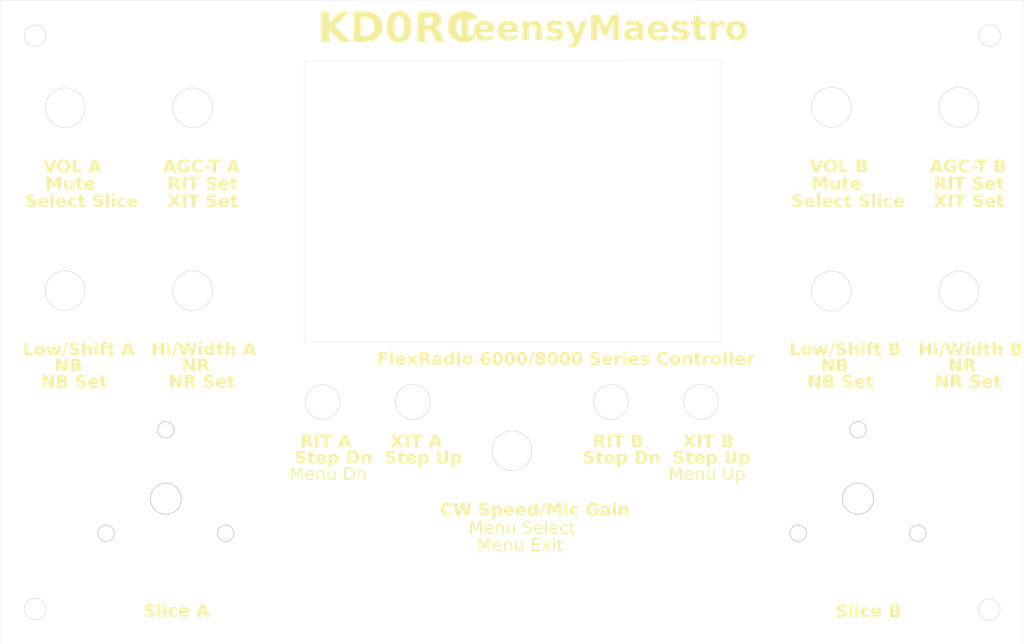
<source format=kicad_pcb>
(kicad_pcb (version 20241229) (generator "pcbnew") (generator_version "9.0")
  (title_block (title "TeensyMaestro Front Panel") (date "2025-07-27") (rev "v2.0") (company "NV0E") (comment 1 "Based on original design by KD0RC.") (comment 3 "PCB design by NV0E"))
  (layers (0 "F.Cu" signal) (2 "B.Cu" signal) (13 "F.Paste" user) (15 "B.Paste" user) (5 "F.SilkS" user "F.Silkscreen") (7 "B.SilkS" user "B.Silkscreen") (1 "F.Mask" user) (3 "B.Mask" user) (25 "Edge.Cuts" user))
  (net 0 "")
  (gr_circle (center 49.52 34.06) (end 51.68 34.06) (stroke (width 0.1)) (fill no) (layer "Edge.Cuts"))
  (gr_circle (center 209.310045 85.345) (end 213.310045 85.345) (stroke (width 0.1)) (fill no) (layer "Edge.Cuts"))
  (gr_circle (center 63.736 133.938) (end 65.386 133.938) (stroke (width 0.2)) (fill no) (layer "Edge.Cuts"))
  (gr_circle (center 87.74 133.94) (end 89.39 133.94) (stroke (width 0.2)) (fill no) (layer "Edge.Cuts"))
  (gr_circle (center 234.910045 85.355) (end 238.910045 85.355) (stroke (width 0.1)) (fill no) (layer "Edge.Cuts"))
  (gr_circle (center 209.310045 48.445) (end 213.310045 48.445) (stroke (width 0.1)) (fill no) (layer "Edge.Cuts"))
  (gr_circle (center 55.510045 85.245) (end 59.510045 85.245) (stroke (width 0.1)) (fill no) (layer "Edge.Cuts"))
  (gr_circle (center 75.738 127.017) (end 78.863 127.017) (stroke (width 0.2)) (fill no) (layer "Edge.Cuts"))
  (gr_circle (center 202.656 133.928) (end 204.306 133.928) (stroke (width 0.2)) (fill no) (layer "Edge.Cuts"))
  (gr_circle (center 125.310045 107.59) (end 128.810045 107.59) (stroke (width 0.1)) (fill no) (layer "Edge.Cuts"))
  (gr_circle (center 241 149.28) (end 243.16 149.28) (stroke (width 0.1)) (fill no) (layer "Edge.Cuts"))
  (gr_line (start 187.01 39.14) (end 103.52 39.15) (stroke (width 0.05)) (layer "Edge.Cuts"))
  (gr_circle (center 234.910045 48.445) (end 238.910045 48.445) (stroke (width 0.1)) (fill no) (layer "Edge.Cuts"))
  (gr_circle (center 81.110045 48.545) (end 85.110045 48.545) (stroke (width 0.1)) (fill no) (layer "Edge.Cuts"))
  (gr_circle (center 214.661 113.144) (end 216.311 113.144) (stroke (width 0.2)) (fill no) (layer "Edge.Cuts"))
  (gr_circle (center 183.15 107.579985) (end 186.65 107.579985) (stroke (width 0.1)) (fill no) (layer "Edge.Cuts"))
  (gr_line (start 103.52 39.15) (end 103.51 95.56) (stroke (width 0.05)) (layer "Edge.Cuts"))
  (gr_circle (center 81.110045 85.245) (end 85.110045 85.245) (stroke (width 0.1)) (fill no) (layer "Edge.Cuts"))
  (gr_line (start 247.96 26.95) (end 247.96 156.19) (stroke (width 0.05)) (layer "Edge.Cuts"))
  (gr_circle (center 55.510045 48.545) (end 59.510045 48.545) (stroke (width 0.1)) (fill no) (layer "Edge.Cuts"))
  (gr_line (start 42.5 156.2) (end 42.48 26.94) (stroke (width 0.05)) (layer "Edge.Cuts"))
  (gr_line (start 247.96 156.19) (end 42.5 156.2) (stroke (width 0.05)) (layer "Edge.Cuts"))
  (gr_circle (center 241.08 34.05) (end 243.24 34.05) (stroke (width 0.1)) (fill no) (layer "Edge.Cuts"))
  (gr_circle (center 75.741 113.154) (end 77.391 113.154) (stroke (width 0.2)) (fill no) (layer "Edge.Cuts"))
  (gr_line (start 187.01 95.56) (end 187.01 39.14) (stroke (width 0.05)) (layer "Edge.Cuts"))
  (gr_line (start 103.51 95.56) (end 187.01 95.56) (stroke (width 0.05)) (layer "Edge.Cuts"))
  (gr_circle (center 226.66 133.93) (end 228.31 133.93) (stroke (width 0.2)) (fill no) (layer "Edge.Cuts"))
  (gr_circle (center 49.54 149.16) (end 51.7 149.16) (stroke (width 0.1)) (fill no) (layer "Edge.Cuts"))
  (gr_circle (center 145.210045 117.395) (end 149.210045 117.395) (stroke (width 0.1)) (fill no) (layer "Edge.Cuts"))
  (gr_line (start 42.48 26.94) (end 247.96 26.95) (stroke (width 0.05)) (layer "Edge.Cuts"))
  (gr_circle (center 165.080045 107.59) (end 168.580045 107.59) (stroke (width 0.1)) (fill no) (layer "Edge.Cuts"))
  (gr_circle (center 107.210045 107.59) (end 110.710045 107.59) (stroke (width 0.1)) (fill no) (layer "Edge.Cuts"))
  (gr_circle (center 214.658 127.007) (end 217.783 127.007) (stroke (width 0.2)) (fill no) (layer "Edge.Cuts"))
  (gr_text "Hi/Width B" (at 226.739414 98.625 0) (layer "F.SilkS") (effects (font (size 2.5 2.5) (thickness 0.3) (bold yes)) (justify left bottom)))
  (gr_text "XIT Set" (at 229.890761 68.91 0) (layer "F.SilkS") (effects (font (size 2.5 2.5) (thickness 0.3) (bold yes)) (justify left bottom)))
  (gr_text "Low/Shift A" (at 47.004801 98.625 0) (layer "F.SilkS") (effects (font (size 2.5 2.5) (thickness 0.3) (bold yes)) (justify left bottom)))
  (gr_text "NB" (at 207.163663 101.89 0) (layer "F.SilkS") (effects (font (size 2.5 2.5) (thickness 0.3) (bold yes)) (justify left bottom)))
  (gr_text "AGC-T A" (at 75.147984 61.92 0) (layer "F.SilkS") (effects (font (size 2.5 2.5) (thickness 0.3) (bold yes)) (justify left bottom)))
  (gr_text "NR" (at 232.76 101.89 0) (layer "F.SilkS") (effects (font (size 2.5 2.5) (thickness 0.3) (bold yes)) (justify left bottom)))
  (gr_text "Select Slice" (at 201.237725 68.91 0) (layer "F.SilkS") (effects (font (size 2.5 2.5) (thickness 0.3) (bold yes)) (justify left bottom)))
  (gr_text "RIT A" (at 102.689714 117.09 0) (layer "F.SilkS") (effects (font (size 2.5 2.5) (thickness 0.3) (bold yes)) (justify left bottom)))
  (gr_text "Step Dn" (at 101.54 120.375 0) (layer "F.SilkS") (effects (font (size 2.5 2.5) (thickness 0.3) (bold yes)) (justify left bottom)))
  (gr_text "Mute" (at 51.548332 65.415 0) (layer "F.SilkS") (effects (font (size 2.5 2.5) (thickness 0.3) (bold yes)) (justify left bottom)))
  (gr_text "Low/Shift B" (at 200.88418 98.625 0) (layer "F.SilkS") (effects (font (size 2.5 2.5) (thickness 0.3) (bold yes)) (justify left bottom)))
  (gr_text "NB" (at 53.363663 101.89 0) (layer "F.SilkS") (effects (font (size 2.5 2.5) (thickness 0.3) (bold yes)) (justify left bottom)))
  (gr_text "KD0RC" (at 106.15 36.36 0) (layer "F.SilkS") (effects (font (size 6 6) (thickness 0.3) (bold yes)) (justify left bottom)))
  (gr_text "Select Slice" (at 47.461818 68.91 0) (layer "F.SilkS") (effects (font (size 2.5 2.5) (thickness 0.3) (bold yes)) (justify left bottom)))
  (gr_text "CW Speed/Mic Gain" (at 130.773912 130.825 0) (layer "F.SilkS") (effects (font (size 2.5 2.5) (thickness 0.3) (bold yes)) (justify left bottom)))
  (gr_text "XIT B" (at 179.484031 117.09 0) (layer "F.SilkS") (effects (font (size 2.5 2.5) (thickness 0.3) (bold yes)) (justify left bottom)))
  (gr_text "RIT Set" (at 229.87 65.415 0) (layer "F.SilkS") (effects (font (size 2.5 2.5) (thickness 0.3) (bold yes)) (justify left bottom)))
  (gr_text "NR" (at 78.96 101.89 0) (layer "F.SilkS") (effects (font (size 2.5 2.5) (thickness 0.3) (bold yes)) (justify left bottom)))
  (gr_text "Menu Exit" (at 138.16 137.915 0) (layer "F.SilkS") (effects (font (size 2.5 2.5) (thickness 0.3125) (italic yes)) (justify left bottom)))
  (gr_text "Menu Dn" (at 100.49104 123.66 0) (layer "F.SilkS") (effects (font (size 2.5 2.5) (thickness 0.3125) (italic yes)) (justify left bottom)))
  (gr_text "XIT Set" (at 76.090761 68.91 0) (layer "F.SilkS") (effects (font (size 2.5 2.5) (thickness 0.3) (bold yes)) (justify left bottom)))
  (gr_text "VOL B" (at 204.984411 61.92 0) (layer "F.SilkS") (effects (font (size 2.5 2.5) (thickness 0.3) (bold yes)) (justify left bottom)))
  (gr_text "Step Up" (at 119.608311 120.375 0) (layer "F.SilkS") (effects (font (size 2.5 2.5) (thickness 0.3) (bold yes)) (justify left bottom)))
  (gr_text "RIT Set" (at 76.07 65.415 0) (layer "F.SilkS") (effects (font (size 2.5 2.5) (thickness 0.3) (bold yes)) (justify left bottom)))
  (gr_text "Hi/Width A" (at 72.825858 98.625 0) (layer "F.SilkS") (effects (font (size 2.5 2.5) (thickness 0.3) (bold yes)) (justify left bottom)))
  (gr_text "NB Set" (at 204.468444 105.155 0) (layer "F.SilkS") (effects (font (size 2.5 2.5) (thickness 0.3) (bold yes)) (justify left bottom)))
  (gr_text "Menu Select" (at 136.482191 134.4775 0) (layer "F.SilkS") (effects (font (size 2.5 2.5) (thickness 0.3125) (italic yes)) (justify left bottom)))
  (gr_text "Step Dn" (at 159.41739 120.375 0) (layer "F.SilkS") (effects (font (size 2.5 2.5) (thickness 0.3) (bold yes)) (justify left bottom)))
  (gr_text "Mute" (at 205.348332 65.415 0) (layer "F.SilkS") (effects (font (size 2.5 2.5) (thickness 0.3) (bold yes)) (justify left bottom)))
  (gr_text "Slice B" (at 210.14 151.2 0) (layer "F.SilkS") (effects (font (size 2.5 2.5) (thickness 0.3) (bold yes)) (justify left bottom)))
  (gr_text "XIT A" (at 120.814627 117.09 0) (layer "F.SilkS") (effects (font (size 2.5 2.5) (thickness 0.3) (bold yes)) (justify left bottom)))
  (gr_text "NB Set" (at 50.668444 105.155 0) (layer "F.SilkS") (effects (font (size 2.5 2.5) (thickness 0.3) (bold yes)) (justify left bottom)))
  (gr_text "TeensyMaestro" (at 133.42 35.82 0) (layer "F.SilkS") (effects (font (size 5 5) (thickness 0.3) (bold yes)) (justify left bottom)))
  (gr_text "Menu Up" (at 176.610513 123.66 0) (layer "F.SilkS") (effects (font (size 2.5 2.5) (thickness 0.3125) (italic yes)) (justify left bottom)))
  (gr_text "NR Set" (at 230.06478 105.155 0) (layer "F.SilkS") (effects (font (size 2.5 2.5) (thickness 0.3) (bold yes)) (justify left bottom)))
  (gr_text "RIT B" (at 161.393315 117.09 0) (layer "F.SilkS") (effects (font (size 2.5 2.5) (thickness 0.3) (bold yes)) (justify left bottom)))
  (gr_text "FlexRadio 6000/8000 Series Controller" (at 118.105 100.56 0) (layer "F.SilkS") (effects (font (size 2.5 2.5) (thickness 0.4) (bold yes)) (justify left bottom)))
  (gr_text "VOL A" (at 51.081818 61.92 0) (layer "F.SilkS") (effects (font (size 2.5 2.5) (thickness 0.3) (bold yes)) (justify left bottom)))
  (gr_text "AGC-T B" (at 229.027362 61.92 0) (layer "F.SilkS") (effects (font (size 2.5 2.5) (thickness 0.3) (bold yes)) (justify left bottom)))
  (gr_text "NR Set" (at 76.26478 105.155 0) (layer "F.SilkS") (effects (font (size 2.5 2.5) (thickness 0.3) (bold yes)) (justify left bottom)))
  (gr_text "Slice A" (at 71.215 151.13 0) (layer "F.SilkS") (effects (font (size 2.5 2.5) (thickness 0.3) (bold yes)) (justify left bottom)))
  (gr_text "Step Up" (at 177.448266 120.375 0) (layer "F.SilkS") (effects (font (size 2.5 2.5) (thickness 0.3) (bold yes)) (justify left bottom)))
)
</source>
